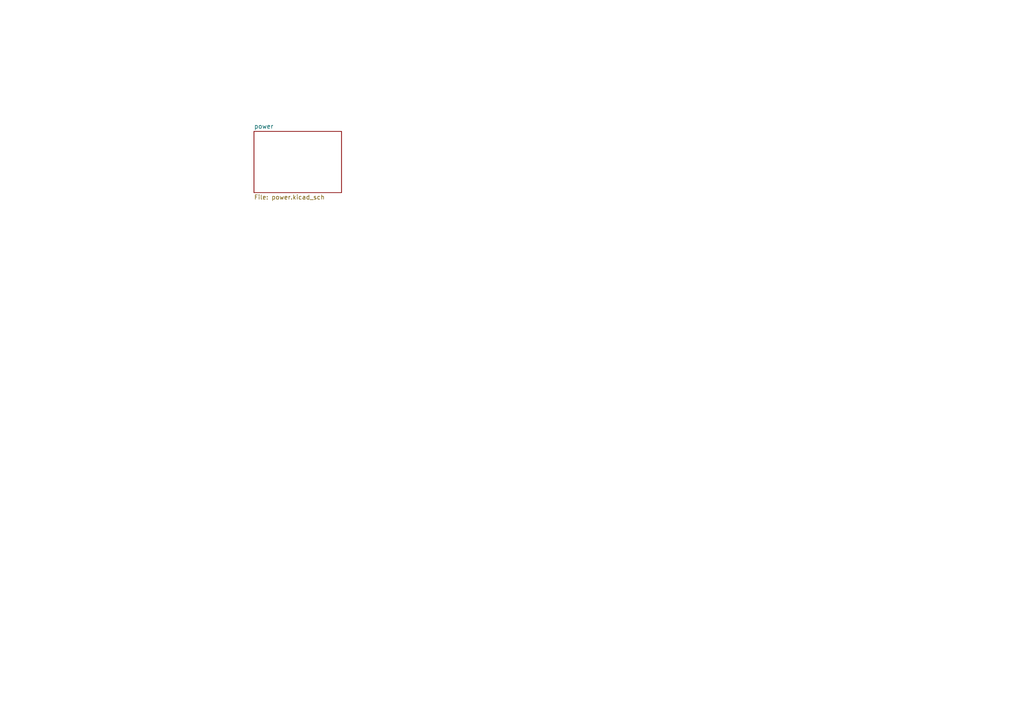
<source format=kicad_sch>
(kicad_sch (version 20230121) (generator eeschema)
  (paper "A4")
  (lib_symbols)
  (sheet (at 73.66 38.1) (size 25.4 17.78) (stroke (width 0.1524))
    (property "Sheetname" "power" (at 73.66 37.3884 0) (effects (justify left bottom)))
    (property "Sheetfile" "power.kicad_sch" (at 73.66 56.4646 0) (effects (justify left top)))
  )
)
</source>
